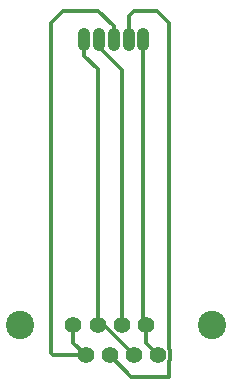
<source format=gbr>
G04 EAGLE Gerber X2 export*
%TF.Part,Single*%
%TF.FileFunction,Copper,L1,Top,Mixed*%
%TF.FilePolarity,Positive*%
%TF.GenerationSoftware,Autodesk,EAGLE,8.7.0*%
%TF.CreationDate,2018-04-17T07:11:35Z*%
G75*
%MOMM*%
%FSLAX34Y34*%
%LPD*%
%AMOC8*
5,1,8,0,0,1.08239X$1,22.5*%
G01*
%ADD10C,1.008000*%
%ADD11C,1.422400*%
%ADD12C,2.400000*%
%ADD13C,0.304800*%


D10*
X368286Y400760D02*
X368286Y390680D01*
X380786Y390680D02*
X380786Y400760D01*
X393286Y400760D02*
X393286Y390680D01*
X405786Y390680D02*
X405786Y400760D01*
X418286Y400760D02*
X418286Y390680D01*
D11*
X430510Y128410D03*
X420310Y153810D03*
X410110Y128410D03*
X399910Y153810D03*
X389710Y128410D03*
X379510Y153810D03*
X369310Y128410D03*
X359110Y153810D03*
D12*
X476060Y153810D03*
X313560Y153810D03*
D13*
X379510Y153810D02*
X379510Y370490D01*
X368286Y381714D02*
X368286Y395720D01*
X368286Y381714D02*
X379510Y370490D01*
X384710Y153810D02*
X410110Y128410D01*
X384710Y153810D02*
X379510Y153810D01*
X399910Y153810D02*
X399910Y370090D01*
X380000Y390000D01*
X380000Y394934D01*
X380786Y395720D01*
X359110Y153810D02*
X359110Y138610D01*
X369310Y128410D01*
X341590Y128410D01*
X340000Y130000D01*
X340000Y410000D01*
X350000Y420000D01*
X380000Y420000D01*
X393286Y406714D01*
X393286Y395720D01*
X389710Y128410D02*
X408120Y110000D01*
X440000Y110000D01*
X440000Y123532D01*
X440670Y124202D01*
X440670Y132618D01*
X440000Y133288D01*
X440000Y410000D01*
X430000Y420000D01*
X410000Y420000D01*
X405786Y415786D01*
X405786Y395720D01*
X420310Y138610D02*
X430510Y128410D01*
X420310Y138610D02*
X420310Y153810D01*
X418286Y155834D02*
X418286Y395720D01*
X418286Y155834D02*
X420310Y153810D01*
M02*

</source>
